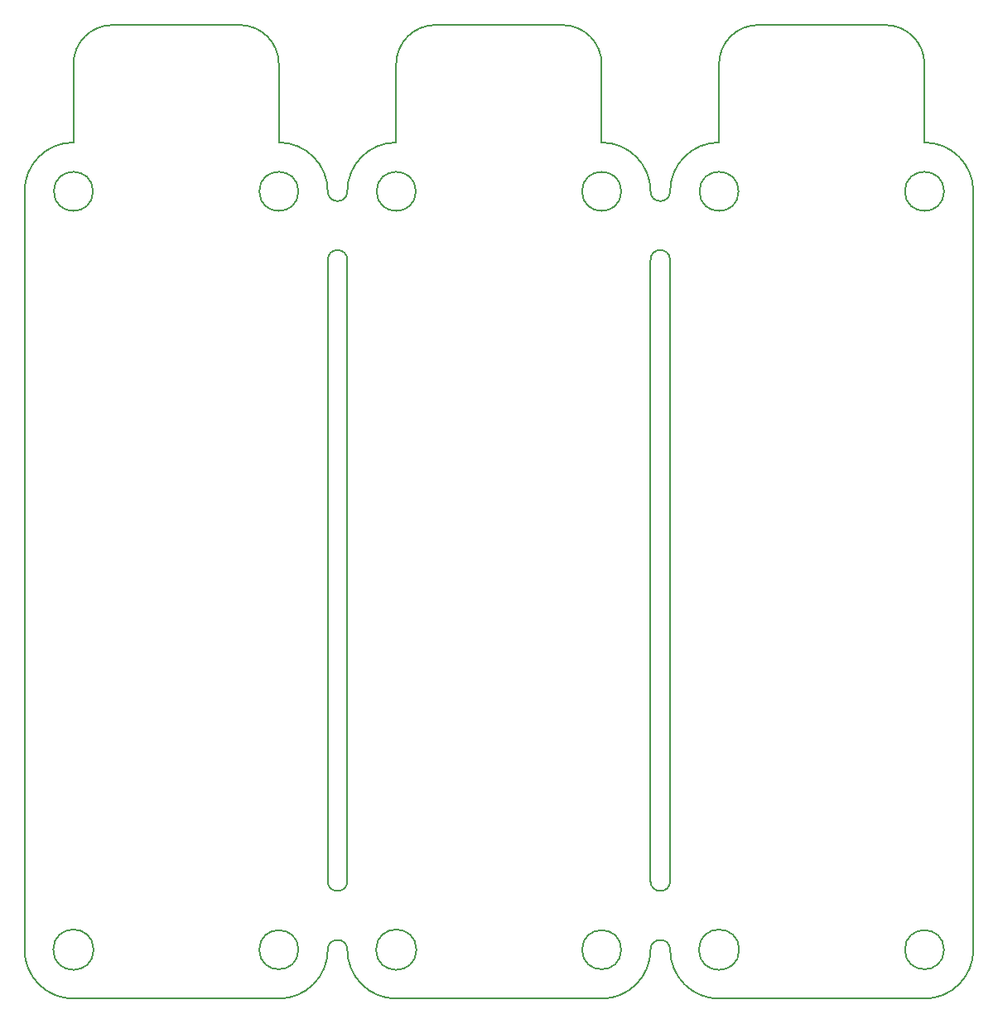
<source format=gbr>
G04 #@! TF.GenerationSoftware,KiCad,Pcbnew,5.0.2+dfsg1-1*
G04 #@! TF.CreationDate,2020-08-23T12:27:18+02:00*
G04 #@! TF.ProjectId,programmer,70726f67-7261-46d6-9d65-722e6b696361,rev?*
G04 #@! TF.SameCoordinates,Original*
G04 #@! TF.FileFunction,Profile,NP*
%FSLAX46Y46*%
G04 Gerber Fmt 4.6, Leading zero omitted, Abs format (unit mm)*
G04 Created by KiCad (PCBNEW 5.0.2+dfsg1-1) date Sun 23 Aug 2020 12:27:18 PM CEST*
%MOMM*%
%LPD*%
G01*
G04 APERTURE LIST*
%ADD10C,0.150000*%
%ADD11C,0.200000*%
G04 APERTURE END LIST*
D10*
X253000000Y-128500000D02*
X253000000Y-51000000D01*
X156000000Y-51000000D02*
X156000000Y-128500000D01*
X187000000Y-58000000D02*
X187000000Y-121500000D01*
X189000000Y-121500000D02*
X189000000Y-58000000D01*
X220000000Y-58000000D02*
X220000000Y-121500000D01*
X222000000Y-121500000D02*
X222000000Y-58000000D01*
D11*
X222000000Y-121500000D02*
G75*
G02X220000000Y-121500000I-1000000J0D01*
G01*
X189000000Y-121500000D02*
G75*
G02X187000000Y-121500000I-1000000J0D01*
G01*
X187000000Y-128500000D02*
G75*
G02X189000000Y-128500000I1000000J0D01*
G01*
X220000000Y-128500000D02*
G75*
G02X222000000Y-128500000I1000000J0D01*
G01*
X220000000Y-58000000D02*
G75*
G02X222000000Y-58000000I1000000J0D01*
G01*
X187000000Y-58000000D02*
G75*
G02X189000000Y-58000000I1000000J0D01*
G01*
X222000000Y-51000000D02*
G75*
G02X220000000Y-51000000I-1000000J0D01*
G01*
X189000000Y-51000000D02*
G75*
G02X187000000Y-51000000I-1000000J0D01*
G01*
D10*
X253000000Y-128500000D02*
G75*
G02X248000000Y-133500000I-5000000J0D01*
G01*
X227000000Y-38000000D02*
G75*
G02X231000000Y-34000000I4000000J0D01*
G01*
X227000000Y-38000000D02*
X227000000Y-46000000D01*
X248000000Y-46000000D02*
G75*
G02X253000000Y-51000000I0J-5000000D01*
G01*
X248000000Y-46000000D02*
X248000000Y-38000000D01*
X222000000Y-51000000D02*
G75*
G02X227000000Y-46000000I5000000J0D01*
G01*
X227000000Y-133500000D02*
G75*
G02X222000000Y-128500000I0J5000000D01*
G01*
D11*
X227000000Y-133500000D02*
X248000000Y-133500000D01*
X244000000Y-34000000D02*
X231000000Y-34000000D01*
X250000000Y-128500000D02*
G75*
G03X250000000Y-128500000I-2000000J0D01*
G01*
D10*
X229061553Y-128500000D02*
G75*
G03X229061553Y-128500000I-2061553J0D01*
G01*
X250000000Y-51000000D02*
G75*
G03X250000000Y-51000000I-2000000J0D01*
G01*
X229000000Y-51000000D02*
G75*
G03X229000000Y-51000000I-2000000J0D01*
G01*
X244000000Y-34000000D02*
G75*
G02X248000000Y-38000000I0J-4000000D01*
G01*
X220000000Y-128500000D02*
G75*
G02X215000000Y-133500000I-5000000J0D01*
G01*
X194000000Y-38000000D02*
G75*
G02X198000000Y-34000000I4000000J0D01*
G01*
X194000000Y-38000000D02*
X194000000Y-46000000D01*
X215000000Y-46000000D02*
G75*
G02X220000000Y-51000000I0J-5000000D01*
G01*
X215000000Y-46000000D02*
X215000000Y-38000000D01*
X189000000Y-51000000D02*
G75*
G02X194000000Y-46000000I5000000J0D01*
G01*
X194000000Y-133500000D02*
G75*
G02X189000000Y-128500000I0J5000000D01*
G01*
D11*
X194000000Y-133500000D02*
X215000000Y-133500000D01*
X211000000Y-34000000D02*
X198000000Y-34000000D01*
X217000000Y-128500000D02*
G75*
G03X217000000Y-128500000I-2000000J0D01*
G01*
D10*
X196061553Y-128500000D02*
G75*
G03X196061553Y-128500000I-2061553J0D01*
G01*
X217000000Y-51000000D02*
G75*
G03X217000000Y-51000000I-2000000J0D01*
G01*
X196000000Y-51000000D02*
G75*
G03X196000000Y-51000000I-2000000J0D01*
G01*
X211000000Y-34000000D02*
G75*
G02X215000000Y-38000000I0J-4000000D01*
G01*
X161000000Y-133500000D02*
G75*
G02X156000000Y-128500000I0J5000000D01*
G01*
X187000000Y-128500000D02*
G75*
G02X182000000Y-133500000I-5000000J0D01*
G01*
X161000000Y-38000000D02*
X161000000Y-46000000D01*
X182000000Y-46000000D02*
X182000000Y-38000000D01*
X156000000Y-51000000D02*
G75*
G02X161000000Y-46000000I5000000J0D01*
G01*
X182000000Y-46000000D02*
G75*
G02X187000000Y-51000000I0J-5000000D01*
G01*
X161000000Y-38000000D02*
G75*
G02X165000000Y-34000000I4000000J0D01*
G01*
X178000000Y-34000000D02*
G75*
G02X182000000Y-38000000I0J-4000000D01*
G01*
X163000000Y-51000000D02*
G75*
G03X163000000Y-51000000I-2000000J0D01*
G01*
X184000000Y-51000000D02*
G75*
G03X184000000Y-51000000I-2000000J0D01*
G01*
X163061553Y-128500000D02*
G75*
G03X163061553Y-128500000I-2061553J0D01*
G01*
D11*
X184000000Y-128500000D02*
G75*
G03X184000000Y-128500000I-2000000J0D01*
G01*
X178000000Y-34000000D02*
X165000000Y-34000000D01*
X161000000Y-133500000D02*
X182000000Y-133500000D01*
M02*

</source>
